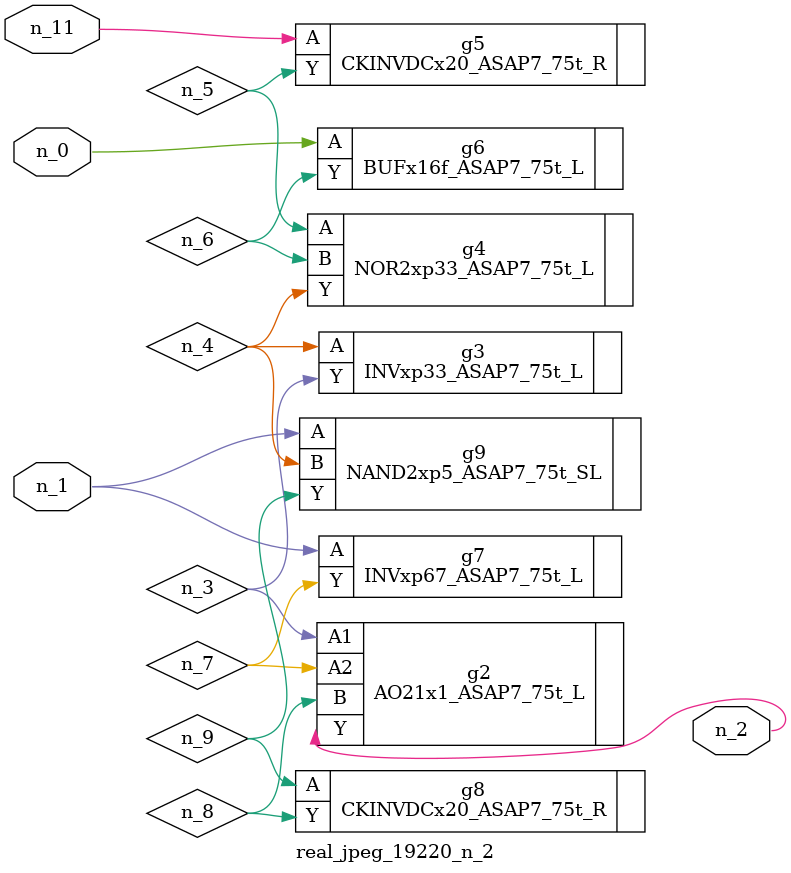
<source format=v>
module real_jpeg_19220_n_2 (n_1, n_11, n_0, n_2);

input n_1;
input n_11;
input n_0;

output n_2;

wire n_5;
wire n_4;
wire n_8;
wire n_6;
wire n_7;
wire n_3;
wire n_9;

BUFx16f_ASAP7_75t_L g6 ( 
.A(n_0),
.Y(n_6)
);

INVxp67_ASAP7_75t_L g7 ( 
.A(n_1),
.Y(n_7)
);

NAND2xp5_ASAP7_75t_SL g9 ( 
.A(n_1),
.B(n_4),
.Y(n_9)
);

AO21x1_ASAP7_75t_L g2 ( 
.A1(n_3),
.A2(n_7),
.B(n_8),
.Y(n_2)
);

INVxp33_ASAP7_75t_L g3 ( 
.A(n_4),
.Y(n_3)
);

NOR2xp33_ASAP7_75t_L g4 ( 
.A(n_5),
.B(n_6),
.Y(n_4)
);

CKINVDCx20_ASAP7_75t_R g8 ( 
.A(n_9),
.Y(n_8)
);

CKINVDCx20_ASAP7_75t_R g5 ( 
.A(n_11),
.Y(n_5)
);


endmodule
</source>
